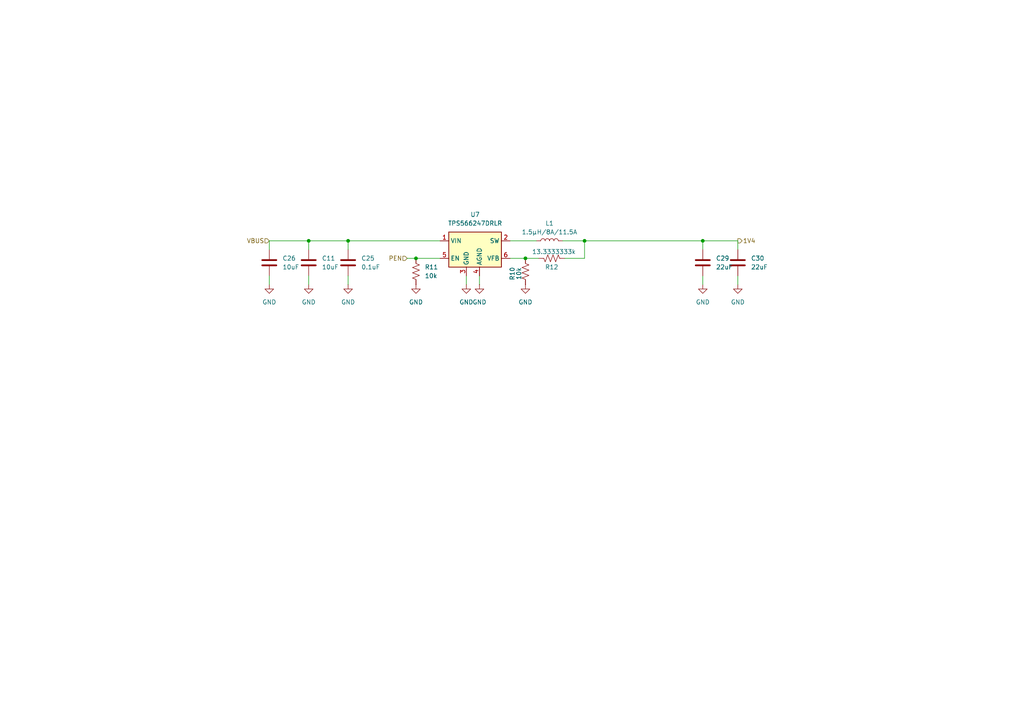
<source format=kicad_sch>
(kicad_sch (version 20231120) (generator "eeschema") (generator_version "8.0")
  (paper "A4")
  (title_block (title "NerdNOS") (date "2024-04-05") (rev "1"))
  (lib_symbols
    (symbol "Device:C" (pin_numbers hide) (pin_names (offset 0.254))
      (property "Reference" "C" (at 0.635 2.54 0))
      (property "Value" "C" (at 0.635 -2.54 0))
      (symbol "C_0_1"
        (polyline (pts (xy -2.032 -0.762) (xy 2.032 -0.762)) (stroke (width 0.508)))
        (polyline (pts (xy -2.032 0.762) (xy 2.032 0.762)) (stroke (width 0.508)))
      )
      (symbol "C_1_1"
        (pin passive line (at 0 3.81 270) (length 2.794) (name "~") (number "1"))
        (pin passive line (at 0 -3.81 90) (length 2.794) (name "~") (number "2"))
      )
    )
    (symbol "Device:L" (pin_numbers hide) (pin_names (offset 1.016) hide)
      (property "Reference" "L" (at -1.27 0 90))
      (property "Value" "L" (at 1.905 0 90))
      (symbol "L_0_1"
        (arc (start 0 -2.54) (mid 0.6323 -1.905) (end 0 -1.27))
        (arc (start 0 -1.27) (mid 0.6323 -0.635) (end 0 0))
        (arc (start 0 0) (mid 0.6323 0.635) (end 0 1.27))
        (arc (start 0 1.27) (mid 0.6323 1.905) (end 0 2.54))
      )
      (symbol "L_1_1"
        (pin passive line (at 0 3.81 270) (length 1.27) (name "1") (number "1"))
        (pin passive line (at 0 -3.81 90) (length 1.27) (name "2") (number "2"))
      )
    )
    (symbol "Device:R_US" (pin_numbers hide) (pin_names (offset 0))
      (property "Reference" "R" (at 2.54 0 90))
      (property "Value" "R_US" (at -2.54 0 90))
      (symbol "R_US_0_1"
        (polyline (pts (xy 0 -2.286) (xy 0 -2.54)))
        (polyline (pts (xy 0 2.286) (xy 0 2.54)))
        (polyline (pts (xy 0 -0.762) (xy 1.016 -1.143) (xy 0 -1.524) (xy -1.016 -1.905) (xy 0 -2.286)))
        (polyline (pts (xy 0 0.762) (xy 1.016 0.381) (xy 0 0) (xy -1.016 -0.381) (xy 0 -0.762)))
        (polyline (pts (xy 0 2.286) (xy 1.016 1.905) (xy 0 1.524) (xy -1.016 1.143) (xy 0 0.762)))
      )
      (symbol "R_US_1_1"
        (pin passive line (at 0 3.81 270) (length 1.27) (name "~") (number "1"))
        (pin passive line (at 0 -3.81 90) (length 1.27) (name "~") (number "2"))
      )
    )
    (symbol "mylib7:TPS56624x"
      (property "Reference" "U7" (at 0 10.16 0))
      (property "Value" "TPS566247DRLR" (at 0 7.62 0))
      (symbol "TPS56624x_0_1"
        (rectangle (start -7.62 5.08) (end 7.62 -5.08) (stroke (width 0.254)) (fill (type background)))
      )
      (symbol "TPS56624x_1_1"
        (pin power_in line (at -10.16 2.54 0) (length 2.54) (name "VIN") (number "1"))
        (pin output line (at 10.16 2.54 180) (length 2.54) (name "SW") (number "2"))
        (pin power_in line (at -2.54 -7.62 90) (length 2.54) (name "GND") (number "3"))
        (pin passive line (at 1.27 -7.62 90) (length 2.54) (name "AGND") (number "4"))
        (pin input line (at -10.16 -2.54 0) (length 2.54) (name "EN") (number "5"))
        (pin input line (at 10.16 -2.54 180) (length 2.54) (name "VFB") (number "6"))
      )
    )
    (symbol "power:GND" (power) (pin_numbers hide) (pin_names (offset 0) hide)
      (property "Value" "GND" (at 0 -3.81 0))
      (symbol "GND_0_1"
        (polyline (pts (xy 0 0) (xy 0 -1.27) (xy 1.27 -1.27) (xy 0 -2.54) (xy -1.27 -1.27) (xy 0 -1.27)))
      )
      (symbol "GND_1_1"
        (pin power_in line (at 0 0 270) (length 0) (name "~") (number "1"))
      )
    )
  )
  (junction (at 89.535 69.85))
  (junction (at 152.4 74.93))
  (junction (at 203.835 69.85))
  (junction (at 100.965 69.85))
  (junction (at 169.545 69.85))
  (junction (at 120.65 74.93))
  (wire (pts (xy 100.965 69.85) (xy 89.535 69.85)))
  (wire (pts (xy 147.955 74.93) (xy 152.4 74.93)))
  (wire (pts (xy 203.835 80.01) (xy 203.835 82.55)))
  (wire (pts (xy 135.255 80.01) (xy 135.255 82.55)))
  (wire (pts (xy 203.835 69.85) (xy 213.995 69.85)))
  (wire (pts (xy 100.965 69.85) (xy 100.965 72.39)))
  (wire (pts (xy 78.105 69.85) (xy 78.105 72.39)))
  (wire (pts (xy 78.105 80.01) (xy 78.105 82.55)))
  (wire (pts (xy 169.545 69.85) (xy 203.835 69.85)))
  (wire (pts (xy 163.83 74.93) (xy 169.545 74.93)))
  (wire (pts (xy 213.995 80.01) (xy 213.995 82.55)))
  (wire (pts (xy 203.835 72.39) (xy 203.835 69.85)))
  (wire (pts (xy 163.195 69.85) (xy 169.545 69.85)))
  (wire (pts (xy 127.635 69.85) (xy 100.965 69.85)))
  (wire (pts (xy 89.535 80.01) (xy 89.535 82.55)))
  (wire (pts (xy 147.955 69.85) (xy 155.575 69.85)))
  (wire (pts (xy 213.995 69.85) (xy 213.995 72.39)))
  (wire (pts (xy 169.545 74.93) (xy 169.545 69.85)))
  (wire (pts (xy 118.11 74.93) (xy 120.65 74.93)))
  (wire (pts (xy 152.4 74.93) (xy 156.21 74.93)))
  (wire (pts (xy 139.065 80.01) (xy 139.065 82.55)))
  (wire (pts (xy 89.535 69.85) (xy 89.535 72.39)))
  (wire (pts (xy 100.965 80.01) (xy 100.965 82.55)))
  (wire (pts (xy 89.535 69.85) (xy 78.105 69.85)))
  (wire (pts (xy 120.65 74.93) (xy 127.635 74.93)))
  (hierarchical_label "1V4" (shape output) (at 213.995 69.85 0))
  (hierarchical_label "PEN" (shape input) (at 118.11 74.93 180))
  (hierarchical_label "VBUS" (shape input) (at 78.105 69.85 180))
  (symbol (lib_id "mylib7:TPS56624x") (at 137.795 72.39 0) (unit 1)
    (property "Reference" "U7" (at 137.795 62.23 0))
    (property "Value" "TPS566247DRLR" (at 137.795 64.77 0))
    (property "Footprint" "myfootprints:SOT-563" (effects (hide yes)))
    (property "Datasheet" "https://www.ti.com/lit/gpn/tps562202" (effects (hide yes)))
    (property "Description" "2A Synchronous Step-Down Voltage Regulator 580kHz, adjustable output voltage, 4.5-17V Input Voltage, 0.804V-7V Output Voltage, SOT-563" (effects (hide yes)))
    (property "DK" "296-TPS566247DRLRCT-ND" (effects (hide yes)))
  )
  (symbol (lib_id "power:GND") (at 213.995 82.55 0) (unit 1)
    (property "Reference" "#PWR017" (effects (hide yes)))
    (property "Value" "GND" (at 213.995 87.63 0))
    (property "Description" "Power symbol creates a global label with name \"GND\" , ground" (effects (hide yes)))
  )
  (symbol (lib_id "power:GND") (at 203.835 82.55 0) (unit 1)
    (property "Reference" "#PWR011" (effects (hide yes)))
    (property "Value" "GND" (at 203.835 87.63 0))
    (property "Description" "Power symbol creates a global label with name \"GND\" , ground" (effects (hide yes)))
  )
  (symbol (lib_id "power:GND") (at 135.255 82.55 0) (unit 1)
    (property "Reference" "#PWR018" (effects (hide yes)))
    (property "Value" "GND" (at 135.255 87.63 0))
    (property "Description" "Power symbol creates a global label with name \"GND\" , ground" (effects (hide yes)))
  )
  (symbol (lib_id "Device:C") (at 213.995 76.2 0) (unit 1)
    (property "Reference" "C30" (at 217.805 74.9299 0) (effects (justify left)))
    (property "Value" "22uF" (at 217.805 77.4699 0) (effects (justify left)))
    (property "Footprint" "Capacitor_SMD:C_0805_2012Metric" (effects (hide yes)))
    (property "Description" "Unpolarized capacitor" (effects (hide yes)))
    (property "PARTNO" "GRM21BR60J226ME39L" (effects (hide yes)))
    (property "DK" "490-7611-1-ND" (effects (hide yes)))
  )
  (symbol (lib_id "Device:C") (at 203.835 76.2 0) (unit 1)
    (property "Reference" "C29" (at 207.645 74.9299 0) (effects (justify left)))
    (property "Value" "22uF" (at 207.645 77.4699 0) (effects (justify left)))
    (property "Footprint" "Capacitor_SMD:C_0805_2012Metric" (effects (hide yes)))
    (property "Description" "Unpolarized capacitor" (effects (hide yes)))
    (property "PARTNO" "GRM21BR60J226ME39L" (effects (hide yes)))
    (property "DK" "490-7611-1-ND" (effects (hide yes)))
  )
  (symbol (lib_id "Device:C") (at 100.965 76.2 0) (unit 1)
    (property "Reference" "C25" (at 104.775 74.9299 0) (effects (justify left)))
    (property "Value" "0.1uF" (at 104.775 77.4699 0) (effects (justify left)))
    (property "Footprint" "Capacitor_SMD:C_0402_1005Metric" (effects (hide yes)))
    (property "Description" "Unpolarized capacitor" (effects (hide yes)))
    (property "PARTNO" "KGM05AR71C104KH" (effects (hide yes)))
    (property "DK" "478-KGM05AR71C104KHCT-ND" (effects (hide yes)))
  )
  (symbol (lib_id "power:GND") (at 100.965 82.55 0) (unit 1)
    (property "Reference" "#PWR024" (effects (hide yes)))
    (property "Value" "GND" (at 100.965 87.63 0))
    (property "Description" "Power symbol creates a global label with name \"GND\" , ground" (effects (hide yes)))
  )
  (symbol (lib_id "Device:C") (at 78.105 76.2 0) (unit 1)
    (property "Reference" "C26" (at 81.915 74.9299 0) (effects (justify left)))
    (property "Value" "10uF" (at 81.915 77.4699 0) (effects (justify left)))
    (property "Footprint" "Capacitor_SMD:C_0805_2012Metric" (effects (hide yes)))
    (property "Description" "Unpolarized capacitor" (effects (hide yes)))
    (property "PARTNO" "C0805C106K8PACTU" (effects (hide yes)))
    (property "DK" "399-C0805C106K8PAC7800CT-ND" (effects (hide yes)))
  )
  (symbol (lib_id "power:GND") (at 120.65 82.55 0) (unit 1)
    (property "Reference" "#PWR021" (effects (hide yes)))
    (property "Value" "GND" (at 120.65 87.63 0))
    (property "Description" "Power symbol creates a global label with name \"GND\" , ground" (effects (hide yes)))
  )
  (symbol (lib_id "power:GND") (at 89.535 82.55 0) (unit 1)
    (property "Reference" "#PWR023" (effects (hide yes)))
    (property "Value" "GND" (at 89.535 87.63 0))
    (property "Description" "Power symbol creates a global label with name \"GND\" , ground" (effects (hide yes)))
  )
  (symbol (lib_id "power:GND") (at 152.4 82.55 0) (unit 1)
    (property "Reference" "#PWR025" (effects (hide yes)))
    (property "Value" "GND" (at 152.4 87.63 0))
    (property "Description" "Power symbol creates a global label with name \"GND\" , ground" (effects (hide yes)))
  )
  (symbol (lib_id "power:GND") (at 139.065 82.55 0) (unit 1)
    (property "Reference" "#PWR03" (effects (hide yes)))
    (property "Value" "GND" (at 139.065 87.63 0))
    (property "Description" "Power symbol creates a global label with name \"GND\" , ground" (effects (hide yes)))
  )
  (symbol (lib_id "Device:C") (at 89.535 76.2 0) (unit 1)
    (property "Reference" "C11" (at 93.345 74.9299 0) (effects (justify left)))
    (property "Value" "10uF" (at 93.345 77.4699 0) (effects (justify left)))
    (property "Footprint" "Capacitor_SMD:C_0805_2012Metric" (effects (hide yes)))
    (property "Description" "Unpolarized capacitor" (effects (hide yes)))
    (property "PARTNO" "C0805C106K8PACTU" (effects (hide yes)))
    (property "DK" "399-C0805C106K8PAC7800CT-ND" (effects (hide yes)))
  )
  (symbol (lib_id "power:GND") (at 78.105 82.55 0) (unit 1)
    (property "Reference" "#PWR022" (effects (hide yes)))
    (property "Value" "GND" (at 78.105 87.63 0))
    (property "Description" "Power symbol creates a global label with name \"GND\" , ground" (effects (hide yes)))
  )
  (symbol (lib_id "Device:R_US") (at 160.02 74.93 90) (mirror x) (unit 1)
    (property "Reference" "R12" (at 160.02 77.47 90))
    (property "Value" "13.3333333k" (at 160.655 73.025 90))
    (property "Footprint" "Resistor_SMD:R_0402_1005Metric" (effects (hide yes)))
    (property "Description" "Resistor, US symbol" (effects (hide yes)))
    (property "PARTNO" "RC0603FR-0740K2L " (effects (hide yes)))
    (property "DK" "311-40.2KHRTR-ND" (effects (hide yes)))
  )
  (symbol (lib_id "Device:R_US") (at 152.4 78.74 180) (unit 1)
    (property "Reference" "R10" (at 148.59 79.375 90))
    (property "Value" "10k" (at 150.495 79.375 90))
    (property "Footprint" "Resistor_SMD:R_0402_1005Metric" (effects (hide yes)))
    (property "Description" "Resistor, US symbol" (effects (hide yes)))
    (property "PARTNO" "RC0603FR-0740K2L " (effects (hide yes)))
    (property "DK" "311-40.2KHRTR-ND" (effects (hide yes)))
  )
  (symbol (lib_id "Device:L") (at 159.385 69.85 90) (unit 1)
    (property "Reference" "L1" (at 159.385 64.77 90))
    (property "Value" "1.5µH/8A/11.5A" (at 159.385 67.31 90))
    (property "Footprint" "Inductor_SMD:L_Cenker_CKCS8040" (effects (hide yes)))
    (property "Description" "Inductor" (effects (hide yes)))
    (property "DK" "283-SDCHA1V8040-1R5-RCT-ND" (effects (hide yes)))
  )
  (symbol (lib_id "Device:R_US") (at 120.65 78.74 0) (unit 1)
    (property "Reference" "R11" (at 123.19 77.4699 0) (effects (justify left)))
    (property "Value" "10k" (at 123.19 80.0099 0) (effects (justify left)))
    (property "Footprint" "Resistor_SMD:R_0402_1005Metric" (effects (hide yes)))
    (property "Description" "Resistor, US symbol" (effects (hide yes)))
    (property "PARTNO" "RC0402JR-0710KL" (effects (hide yes)))
    (property "DK" "311-10KJRCT-ND" (effects (hide yes)))
  )
)
</source>
